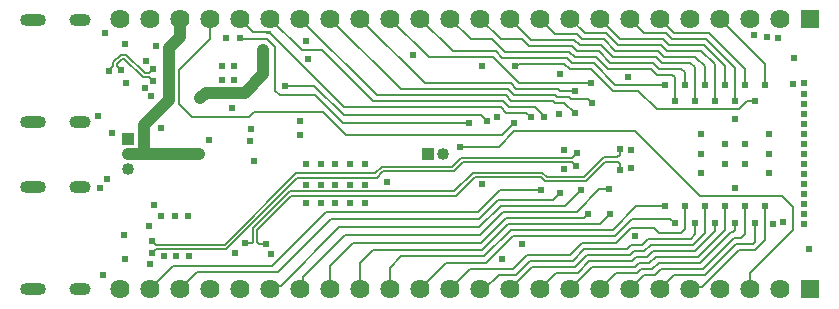
<source format=gbl>
G04*
G04 #@! TF.GenerationSoftware,Altium Limited,Altium Designer,25.4.2 (15)*
G04*
G04 Layer_Physical_Order=4*
G04 Layer_Color=16711680*
%FSLAX25Y25*%
%MOIN*%
G70*
G04*
G04 #@! TF.SameCoordinates,6D7273DC-0862-4ADB-9A81-04C38C25D803*
G04*
G04*
G04 #@! TF.FilePolarity,Positive*
G04*
G01*
G75*
%ADD11C,0.00600*%
G04:AMPARAMS|DCode=53|XSize=39.37mil|YSize=70.87mil|CornerRadius=19.68mil|HoleSize=0mil|Usage=FLASHONLY|Rotation=270.000|XOffset=0mil|YOffset=0mil|HoleType=Round|Shape=RoundedRectangle|*
%AMROUNDEDRECTD53*
21,1,0.03937,0.03150,0,0,270.0*
21,1,0.00000,0.07087,0,0,270.0*
1,1,0.03937,-0.01575,0.00000*
1,1,0.03937,-0.01575,0.00000*
1,1,0.03937,0.01575,0.00000*
1,1,0.03937,0.01575,0.00000*
%
%ADD53ROUNDEDRECTD53*%
G04:AMPARAMS|DCode=54|XSize=39.37mil|YSize=86.61mil|CornerRadius=19.68mil|HoleSize=0mil|Usage=FLASHONLY|Rotation=270.000|XOffset=0mil|YOffset=0mil|HoleType=Round|Shape=RoundedRectangle|*
%AMROUNDEDRECTD54*
21,1,0.03937,0.04724,0,0,270.0*
21,1,0.00000,0.08661,0,0,270.0*
1,1,0.03937,-0.02362,0.00000*
1,1,0.03937,-0.02362,0.00000*
1,1,0.03937,0.02362,0.00000*
1,1,0.03937,0.02362,0.00000*
%
%ADD54ROUNDEDRECTD54*%
%ADD60C,0.00603*%
%ADD63C,0.06400*%
%ADD64R,0.06400X0.06400*%
%ADD65R,0.04000X0.04000*%
%ADD66C,0.04000*%
%ADD67R,0.04000X0.04000*%
%ADD68C,0.02400*%
%ADD69C,0.04000*%
%ADD77C,0.01000*%
D11*
X75068Y88332D02*
X81937D01*
X75000Y88400D02*
X75068Y88332D01*
X81937D02*
X83818D01*
X166258Y69600D02*
X180066D01*
X180894Y71600D02*
X181595Y70900D01*
X180766Y68900D02*
X184682D01*
X165429Y67600D02*
X179238D01*
X179938Y66900D02*
X183100D01*
X179238Y67600D02*
X179938Y66900D01*
X164601Y65600D02*
X173379D01*
X54800Y77900D02*
X59100Y82200D01*
X88163Y69400D02*
X100125D01*
X161228Y52300D02*
X166328Y57400D01*
X206700D01*
X245000Y5000D02*
Y10064D01*
X206700Y57400D02*
X228280Y35820D01*
X245000Y10064D02*
X259363Y24427D01*
X255680Y35820D02*
X259363Y32137D01*
X228280Y35820D02*
X255680D01*
X79307Y90693D02*
X79600Y90400D01*
X75000Y95000D02*
X79307Y90693D01*
X86655Y70908D02*
X88163Y69400D01*
X204937Y70921D02*
X207765D01*
X213886Y64800D01*
X192101Y78100D02*
X199280Y70921D01*
X79683Y63900D02*
X102772D01*
X77983Y62200D02*
X79683Y63900D01*
X59100Y62200D02*
X77983D01*
X86655Y70908D02*
Y85495D01*
X54800Y66500D02*
Y77900D01*
X95873Y5873D02*
Y8773D01*
X109900Y22800D01*
X154301Y30700D02*
X161501Y37900D01*
X84880Y90302D02*
X109682Y65500D01*
X185382Y68200D02*
X191000D01*
X119400Y17800D02*
X155543D01*
X259363Y24427D02*
Y32137D01*
X148400Y52300D02*
X161228D01*
X155400Y62800D02*
X157200Y61000D01*
X99753Y72600D02*
X109553Y62800D01*
X181595Y70900D02*
X186500D01*
X89882Y72600D02*
X99753D01*
X167086Y71600D02*
X180894D01*
X83818Y88332D02*
X86655Y85495D01*
X191000Y68200D02*
X192400Y66800D01*
X180066Y69600D02*
X180766Y68900D01*
X188850Y20164D02*
X200400D01*
X213600Y15700D02*
X227636D01*
X166100Y22700D02*
X200107D01*
X208043Y86321D02*
X208065Y86300D01*
X170657Y16314D02*
X185001D01*
X223179Y24879D02*
Y32392D01*
X166043Y11700D02*
X170657Y16314D01*
X115000Y13400D02*
X119400Y17800D01*
X209743Y17500D02*
X211943Y19700D01*
X204851Y16164D02*
X206186Y17500D01*
X189072Y88100D02*
X196243D01*
X205707Y28300D02*
X218464D01*
X222000Y23700D02*
X223179Y24879D01*
X207843Y13500D02*
X211400D01*
X185001Y16314D02*
X188850Y20164D01*
X218464Y28300D02*
X219852Y26911D01*
X115000Y5000D02*
Y13400D01*
X194700Y38200D02*
X198100D01*
X190692Y29730D02*
X191070D01*
X187172Y90000D02*
X189072Y88100D01*
X189662Y28700D02*
X190692Y29730D01*
X110372Y56300D02*
X162400D01*
X166300Y60200D01*
X163773Y63600D02*
X170400D01*
X54800Y66500D02*
X59100Y62200D01*
X109553Y62800D02*
X155400D01*
X170400Y63600D02*
X171900Y62100D01*
X171172Y86000D02*
X185515D01*
X165272Y24700D02*
X199279D01*
X165000Y5000D02*
X172314Y12314D01*
X194586Y84100D02*
X198365Y80321D01*
X125000Y5000D02*
Y12000D01*
X172314Y12314D02*
X186657D01*
X88533Y6033D02*
X107900Y25400D01*
X186586Y82100D02*
X193758D01*
X184686Y84000D02*
X186586Y82100D01*
X102772Y63900D02*
X110372Y56300D01*
X208672Y11500D02*
X212300D01*
X185515Y86000D02*
X187415Y84100D01*
X171486Y14314D02*
X185829D01*
X225699Y5699D02*
X228948D01*
X209500Y9500D02*
X213200D01*
X246700Y17900D02*
X249951Y21151D01*
Y32392D01*
X215400Y11700D02*
X227775D01*
X169072Y88100D02*
X171172Y86000D01*
X166872Y9700D02*
X171486Y14314D01*
X212300Y11500D02*
X214500Y13700D01*
X225000Y80300D02*
X226585Y78715D01*
X204730Y78321D02*
X204751Y78300D01*
X226585Y67529D02*
Y78715D01*
X180000Y90000D02*
X187172D01*
X200022Y84321D02*
X207215D01*
X151900Y88100D02*
X159072D01*
X246624Y20652D02*
Y26911D01*
X206971Y32392D02*
X216486D01*
X245872Y19900D02*
X246624Y20652D01*
X199279Y24700D02*
X206971Y32392D01*
X205000Y5000D02*
X209500Y9500D01*
X210572Y15500D02*
X212772Y17700D01*
X229872Y23593D02*
Y32392D01*
X205679Y14164D02*
X207015Y15500D01*
X225979Y19700D02*
X229872Y23593D01*
X219700Y9700D02*
X226947D01*
X185758Y80100D02*
X192929D01*
X226947Y9700D02*
X226957Y9690D01*
X208065Y86300D02*
X215215D01*
X215000Y5000D02*
X219700Y9700D01*
X243258Y23058D02*
Y32392D01*
X226957Y9690D02*
X230110D01*
X59100Y82200D02*
X65000Y88100D01*
Y95000D01*
X173379Y65600D02*
X176400Y62579D01*
X125000Y12000D02*
X128800Y15800D01*
X176400Y62200D02*
Y62579D01*
X205765Y72921D02*
X216437D01*
X160243Y84100D02*
X162343Y82000D01*
X199280Y70921D02*
X204936D01*
X183029Y80000D02*
X184930Y78100D01*
X250000Y73000D02*
Y80000D01*
X235000Y95000D02*
X250000Y80000D01*
X240000Y67500D02*
Y78672D01*
X230372Y88300D02*
X240000Y78672D01*
X159072Y88100D02*
X163172Y84000D01*
X155000Y95000D02*
X161900Y88100D01*
X219000Y76300D02*
X219892Y75408D01*
X206386Y82321D02*
X206408Y82300D01*
X219892Y67529D02*
Y75408D01*
X189900Y90100D02*
X197072D01*
X198365Y80321D02*
X205558D01*
X187415Y84100D02*
X194586D01*
X188243Y86100D02*
X195415D01*
X207215Y84321D02*
X207236Y84300D01*
X214386D01*
X204751Y78300D02*
X211901D01*
X165000Y95000D02*
X172000Y88000D01*
X186343D01*
X185000Y95000D02*
X189900Y90100D01*
X229543Y86300D02*
X236604Y79239D01*
Y73010D02*
Y79239D01*
X200850Y86321D02*
X208043D01*
X197072Y90100D02*
X200850Y86321D01*
X195000Y95000D02*
X201679Y88321D01*
X216043Y88300D02*
X218043Y86300D01*
X209700Y90300D02*
X216872D01*
X228715Y84300D02*
X233278Y79737D01*
X216872Y90300D02*
X218872Y88300D01*
X218043Y86300D02*
X229543D01*
X205579Y80300D02*
X212730D01*
X205000Y95000D02*
X209700Y90300D01*
X233278Y67529D02*
Y79737D01*
X213558Y82300D02*
X215558Y80300D01*
X205558Y80321D02*
X205579Y80300D01*
X215558D02*
X225000D01*
X137900Y82100D02*
X159415D01*
X165186Y73500D02*
X167086Y71600D01*
X119350Y67500D02*
X162701D01*
X103700Y30700D02*
X154301D01*
X52614Y12614D02*
X85614D01*
X161129Y34700D02*
X179274D01*
X155215Y20300D02*
X163615Y28700D01*
X85614Y12614D02*
X103700Y30700D01*
X85000Y5000D02*
X86033Y6033D01*
X105000Y5000D02*
Y12700D01*
X161501Y37900D02*
X175300D01*
X86033Y6033D02*
X88533D01*
X143700Y13700D02*
X157100D01*
X128800Y15800D02*
X156372D01*
X135000Y5000D02*
X143700Y13700D01*
X145000Y5000D02*
X151700Y11700D01*
X166043D01*
X156372Y15800D02*
X165272Y24700D01*
X166800Y79200D02*
X167179D01*
X161958Y32700D02*
X183400D01*
X167979Y80000D02*
X183029D01*
X167179Y79200D02*
X167979Y80000D01*
X195415Y86100D02*
X199193Y82321D01*
X186343Y88000D02*
X188243Y86100D01*
X125000Y95000D02*
X137900Y82100D01*
X183400Y32700D02*
X188600Y37900D01*
X164358Y71500D02*
X166258Y69600D01*
X105000Y95000D02*
X128500Y71500D01*
X45000Y5000D02*
X52614Y12614D01*
X109682Y65500D02*
X161873D01*
X79600Y90400D02*
X84036D01*
X179274Y34700D02*
X181500Y36926D01*
X200107Y22700D02*
X205707Y28300D01*
X189679Y18164D02*
X204022D01*
X181500Y36926D02*
Y37000D01*
X225150Y21700D02*
X226545Y23095D01*
X105272Y28100D02*
X154530D01*
X226545Y23095D02*
Y26911D01*
X228948Y5699D02*
X241149Y17900D01*
X204022Y18164D02*
X205358Y19500D01*
X214492Y23700D02*
X222000D01*
X213081Y25111D02*
X214492Y23700D01*
X105000Y12700D02*
X112600Y20300D01*
X205358Y19500D02*
X208915D01*
X211115Y21700D01*
X157100Y13700D02*
X166100Y22700D01*
X205347Y25111D02*
X213081D01*
X211115Y21700D02*
X225150D01*
X185829Y14314D02*
X189679Y18164D01*
X161873Y65500D02*
X163773Y63600D01*
X200400Y20164D02*
X205347Y25111D01*
X163615Y28700D02*
X189662D01*
X197537Y78321D02*
X204730D01*
X162786Y30700D02*
X187200D01*
X154530Y28100D02*
X161129Y34700D01*
X241233Y64800D02*
X243948Y67515D01*
X246678D01*
X155543Y17800D02*
X164443Y26700D01*
X204936Y70921D02*
X204937Y70921D01*
X95000Y5000D02*
X95873Y5873D01*
X163172Y84000D02*
X184686D01*
X87786Y10614D02*
X105272Y28100D01*
X184930Y78100D02*
X192101D01*
X195141Y26700D02*
X198352Y29911D01*
X154886Y22800D02*
X162786Y30700D01*
X164443Y26700D02*
X195141D01*
X109900Y22800D02*
X154886D01*
X136500Y73500D02*
X165186D01*
X115000Y95000D02*
X136500Y73500D01*
X184682Y68900D02*
X185382Y68200D01*
X228464Y13700D02*
X238664Y23900D01*
X239931Y24486D02*
Y26911D01*
X238664Y23900D02*
X239345D01*
X186657Y12314D02*
X190507Y16164D01*
X204851D01*
X239345Y23900D02*
X239931Y24486D01*
X214386Y84300D02*
X216386Y82300D01*
X206408D02*
X213558D01*
X215215Y86300D02*
X217215Y84300D01*
X229911Y73010D02*
Y79089D01*
X183858Y82000D02*
X185758Y80100D01*
X216386Y82300D02*
X226700D01*
X216437Y72921D02*
X216526Y73010D01*
X55000Y5000D02*
X60614Y10614D01*
X226700Y82300D02*
X229911Y79089D01*
X223218Y73010D02*
Y77082D01*
X217215Y84300D02*
X228715D01*
X135000Y95000D02*
X145900Y84100D01*
X199193Y82321D02*
X206386D01*
X60614Y10614D02*
X87786D01*
X196243Y88100D02*
X200022Y84321D01*
X222000Y78300D02*
X223218Y77082D01*
X241149Y17900D02*
X246700D01*
X225000Y5000D02*
X225699Y5699D01*
X243233Y73000D02*
Y78267D01*
X183100Y66900D02*
X186600Y63400D01*
X154658Y25400D02*
X161958Y32700D01*
X107900Y25400D02*
X154658D01*
X112600Y20300D02*
X155215D01*
X100125Y69400D02*
X109425Y60100D01*
X151200D01*
X219700Y90300D02*
X231200D01*
X215000Y95000D02*
X219700Y90300D01*
X231200D02*
X243233Y78267D01*
X218872Y88300D02*
X230372D01*
X187200Y30700D02*
X194700Y38200D01*
X85000Y95000D02*
X95600Y84400D01*
X192929Y80100D02*
X200108Y72922D01*
X128500Y71500D02*
X164358D01*
X95000Y95000D02*
X120500Y69500D01*
X167915Y73600D02*
X192100D01*
X162701Y67500D02*
X164601Y65600D01*
X205765Y72922D02*
X205765Y72921D01*
X213886Y64800D02*
X241233D01*
X163530Y69500D02*
X165429Y67600D01*
X120500Y69500D02*
X163530D01*
X159415Y82100D02*
X167915Y73600D01*
X200108Y72922D02*
X205765D01*
X193758Y82100D02*
X197537Y78321D01*
X211901Y78300D02*
X213901Y76300D01*
X161900Y88100D02*
X169072D01*
X213901Y76300D02*
X219000D01*
X145000Y95000D02*
X151900Y88100D01*
X95600Y84400D02*
X102450D01*
X212730Y80300D02*
X214729Y78300D01*
X222000D01*
X102450Y84400D02*
X119350Y67500D01*
X175000Y95000D02*
X180000Y90000D01*
X208893Y88300D02*
X216043D01*
X201679Y88321D02*
X208872D01*
X208893Y88300D01*
X207336Y10164D02*
X208672Y11500D01*
X236565Y24629D02*
Y32392D01*
X226807Y17700D02*
X233238Y24131D01*
X161161Y9700D02*
X166872D01*
X233238Y24131D02*
Y26911D01*
X200164Y10164D02*
X207336D01*
X207015Y15500D02*
X210572D01*
X227786Y11690D02*
X229282D01*
X227775Y11700D02*
X227786Y11690D01*
X185000Y5000D02*
X192164Y12164D01*
X242100Y21900D02*
X243258Y23058D01*
X240321Y19900D02*
X245872D01*
X180314Y10314D02*
X187486D01*
X239492Y21900D02*
X242100D01*
X195000Y5000D02*
X200164Y10164D01*
X211943Y19700D02*
X225979D01*
X192164Y12164D02*
X206507D01*
X162343Y82000D02*
X183858D01*
X206507Y12164D02*
X207843Y13500D01*
X191336Y14164D02*
X205679D01*
X227636Y15700D02*
X236565Y24629D01*
X145900Y84100D02*
X160243D01*
X155000Y5000D02*
X156461D01*
X212772Y17700D02*
X226807D01*
X214500Y13700D02*
X228464D01*
X213200Y9500D02*
X215400Y11700D01*
X156461Y5000D02*
X161161Y9700D01*
X230110Y9690D02*
X240321Y19900D01*
X175000Y5000D02*
X180314Y10314D01*
X187486D02*
X191336Y14164D01*
X206186Y17500D02*
X209743D01*
X211400Y13500D02*
X213600Y15700D01*
X229282Y11690D02*
X239492Y21900D01*
D53*
X21721Y94508D02*
D03*
Y39008D02*
D03*
Y60492D02*
D03*
Y4992D02*
D03*
D54*
X5972Y94508D02*
D03*
Y60492D02*
D03*
Y39008D02*
D03*
Y4992D02*
D03*
D60*
X122197Y43712D02*
G03*
X122198Y43714I-992J992D01*
G01*
X34102Y79856D02*
X35795Y81550D01*
X31400Y77800D02*
X32699Y79098D01*
X35214Y82953D02*
X37031D01*
X32699Y80437D02*
X35214Y82953D01*
X35300Y77900D02*
X35400D01*
X34102Y79098D02*
Y79856D01*
X31400Y77700D02*
Y77800D01*
X34102Y79098D02*
X35300Y77900D01*
X32699Y79098D02*
Y80437D01*
X35795Y81550D02*
X36450D01*
X37031Y82953D02*
X43183Y76802D01*
X36450Y81550D02*
X42601Y75398D01*
X44701D02*
X46000Y74100D01*
X44701Y76802D02*
X46000Y78100D01*
X42601Y75398D02*
X44701D01*
X43183Y76802D02*
X44701D01*
X145681Y45703D02*
X148678Y48700D01*
X149259Y47297D02*
X185703D01*
X187100Y45900D01*
X146262Y44300D02*
X149259Y47297D01*
X185661Y48700D02*
X187161Y50200D01*
X148678Y48700D02*
X185661D01*
X187161Y50200D02*
X187200D01*
X122198Y43714D02*
X122784Y44300D01*
X146262D01*
X119904Y43404D02*
X122203Y45703D01*
X145681D01*
X120486Y42002D02*
X122197Y43712D01*
X94133Y42002D02*
X120486D01*
X146980Y35996D02*
X153186Y42202D01*
X92096Y35996D02*
X146980D01*
X91514Y37398D02*
X146398D01*
X153186Y42202D02*
X175214D01*
X146398Y37398D02*
X152604Y43604D01*
X175795D01*
X93552Y43404D02*
X119904D01*
X45790Y20990D02*
X45795D01*
X47089Y19697D01*
X69844D01*
X93552Y43404D01*
X45800Y17000D02*
Y17005D01*
X47089Y18294D01*
X70425D01*
X94133Y42002D01*
X176616Y40800D02*
X190177D01*
X175214Y42202D02*
X176616Y40800D01*
X177197Y42203D02*
X189596D01*
X175795Y43604D02*
X177197Y42203D01*
X190177Y40800D02*
X196726Y47348D01*
X189596Y42203D02*
X196145Y48752D01*
X201700Y44700D02*
Y46500D01*
X200851Y47348D02*
X201700Y46500D01*
X196726Y47348D02*
X200851D01*
X201665Y49665D02*
Y51365D01*
X200751Y48752D02*
X201665Y49665D01*
Y51365D02*
X201700Y51400D01*
X196145Y48752D02*
X200751D01*
X79399Y25283D02*
X91514Y37398D01*
X80801Y24701D02*
X92096Y35996D01*
X80801Y20403D02*
Y24701D01*
X79399Y20403D02*
Y25283D01*
X76850Y20050D02*
X79045D01*
X79399Y20403D01*
X76700Y20200D02*
X76850Y20050D01*
X81305Y19900D02*
X83500D01*
X80801Y20403D02*
X81305Y19900D01*
D63*
X255000Y95000D02*
D03*
X245000D02*
D03*
X235000D02*
D03*
X225000D02*
D03*
X215000D02*
D03*
X205000D02*
D03*
X195000D02*
D03*
X185000D02*
D03*
X175000D02*
D03*
X165000D02*
D03*
X155000D02*
D03*
X145000D02*
D03*
X135000D02*
D03*
X125000D02*
D03*
X115000D02*
D03*
X105000D02*
D03*
X95000D02*
D03*
X85000D02*
D03*
X75000D02*
D03*
X65000D02*
D03*
X55000D02*
D03*
X35000D02*
D03*
X45000D02*
D03*
X255000Y5000D02*
D03*
X35000D02*
D03*
X45000D02*
D03*
X55000D02*
D03*
X65000D02*
D03*
X75000D02*
D03*
X85000D02*
D03*
X95000D02*
D03*
X105000D02*
D03*
X115000D02*
D03*
X125000D02*
D03*
X135000D02*
D03*
X145000D02*
D03*
X155000D02*
D03*
X165000D02*
D03*
X175000D02*
D03*
X185000D02*
D03*
X195000D02*
D03*
X205000D02*
D03*
X215000D02*
D03*
X225000D02*
D03*
X235000D02*
D03*
X245000D02*
D03*
D64*
X265000Y95000D02*
D03*
Y5000D02*
D03*
D65*
X37500Y55000D02*
D03*
D66*
X142500Y50000D02*
D03*
X37500D02*
D03*
Y45000D02*
D03*
D67*
X137500Y50000D02*
D03*
D68*
X75000Y88400D02*
D03*
X106800Y46500D02*
D03*
X101900Y33500D02*
D03*
X97000D02*
D03*
X106800Y39700D02*
D03*
X97100Y46500D02*
D03*
Y39700D02*
D03*
X102000D02*
D03*
Y46500D02*
D03*
X106700Y33500D02*
D03*
X89882Y72600D02*
D03*
X78400Y54100D02*
D03*
X85200Y16600D02*
D03*
X83500Y19900D02*
D03*
X76700Y20200D02*
D03*
X95000Y60800D02*
D03*
X73200Y16800D02*
D03*
X79500Y47500D02*
D03*
X94900Y56100D02*
D03*
X78600Y58200D02*
D03*
X44900Y13300D02*
D03*
X53700Y15800D02*
D03*
X49500Y15900D02*
D03*
X57900Y15800D02*
D03*
X111800Y46500D02*
D03*
X116500Y33500D02*
D03*
X116600Y46500D02*
D03*
X111700Y33500D02*
D03*
X111800Y39700D02*
D03*
X116600D02*
D03*
X123900Y40600D02*
D03*
X155700Y39900D02*
D03*
X162272Y14800D02*
D03*
X169000Y20000D02*
D03*
X181500Y37000D02*
D03*
X191070Y29730D02*
D03*
X175300Y37900D02*
D03*
X198100Y38200D02*
D03*
X198352Y29911D02*
D03*
X188600Y37900D02*
D03*
X46200Y32900D02*
D03*
X45790Y20990D02*
D03*
X45800Y17000D02*
D03*
X57800Y29100D02*
D03*
X53300D02*
D03*
X48800D02*
D03*
X45200Y69100D02*
D03*
X44600Y25900D02*
D03*
X36555Y14746D02*
D03*
X36475Y22725D02*
D03*
X243258Y32392D02*
D03*
X236565D02*
D03*
X246678Y67515D02*
D03*
X240000Y67500D02*
D03*
X250000Y73000D02*
D03*
X262990Y29872D02*
D03*
X251382Y43421D02*
D03*
Y56413D02*
D03*
X262990Y39911D02*
D03*
X251382Y49917D02*
D03*
X262990Y53297D02*
D03*
Y46604D02*
D03*
Y33219D02*
D03*
Y36565D02*
D03*
X249951Y32392D02*
D03*
X262990Y43258D02*
D03*
Y49951D02*
D03*
X205300Y51300D02*
D03*
X243200Y53200D02*
D03*
X228500Y50004D02*
D03*
Y43508D02*
D03*
X239898Y38520D02*
D03*
X239984Y61402D02*
D03*
X236700Y53200D02*
D03*
X228500Y56500D02*
D03*
X236700Y46700D02*
D03*
X223179Y32392D02*
D03*
X229872D02*
D03*
X216486D02*
D03*
X243200Y46700D02*
D03*
X259300Y73200D02*
D03*
X243297Y73010D02*
D03*
X246200Y89500D02*
D03*
X254300Y88700D02*
D03*
X259800Y81900D02*
D03*
X262990Y73376D02*
D03*
X250600Y88800D02*
D03*
X256100Y27300D02*
D03*
X252680Y26676D02*
D03*
X206692Y22411D02*
D03*
X219852Y26911D02*
D03*
X226545D02*
D03*
X233238D02*
D03*
X246624D02*
D03*
X239931D02*
D03*
X264597Y18316D02*
D03*
X204390Y75621D02*
D03*
X219892Y67529D02*
D03*
X226585D02*
D03*
X233278D02*
D03*
X223218Y73010D02*
D03*
X216526D02*
D03*
X236604D02*
D03*
X229911D02*
D03*
X262990Y70029D02*
D03*
Y63337D02*
D03*
Y59990D02*
D03*
Y66683D02*
D03*
Y26526D02*
D03*
Y56644D02*
D03*
X31400Y77700D02*
D03*
X35400Y77900D02*
D03*
X36570Y86500D02*
D03*
X29473Y9427D02*
D03*
X192400Y66800D02*
D03*
X181578Y76600D02*
D03*
X176400Y62200D02*
D03*
X181200Y63300D02*
D03*
X97600Y81400D02*
D03*
X132500Y82800D02*
D03*
X82800Y84400D02*
D03*
X70200Y88500D02*
D03*
X48600Y58400D02*
D03*
X32450Y56850D02*
D03*
X46000Y74100D02*
D03*
X46900Y85900D02*
D03*
X43700Y80800D02*
D03*
X37000Y73400D02*
D03*
X46000Y78100D02*
D03*
X43436Y71928D02*
D03*
X30700Y41500D02*
D03*
X28200Y38600D02*
D03*
X27584Y62500D02*
D03*
X186500Y70900D02*
D03*
X183000Y44847D02*
D03*
X187200Y50200D02*
D03*
X187100Y45900D02*
D03*
X201700Y44700D02*
D03*
Y51400D02*
D03*
X186600Y63400D02*
D03*
X183100Y51100D02*
D03*
X192100Y73600D02*
D03*
X205200Y45047D02*
D03*
X157200Y61000D02*
D03*
X166300Y60200D02*
D03*
X155650Y79050D02*
D03*
X160800Y62100D02*
D03*
X151200Y60100D02*
D03*
X166800Y79200D02*
D03*
X171900Y62100D02*
D03*
X148400Y52300D02*
D03*
X68900Y74700D02*
D03*
X72900D02*
D03*
X68900Y79200D02*
D03*
X72400Y65300D02*
D03*
X61300Y49900D02*
D03*
X64500Y54700D02*
D03*
X72900Y79200D02*
D03*
X61800Y68500D02*
D03*
X29898Y90098D02*
D03*
X97100Y87400D02*
D03*
D69*
X76600Y70200D02*
X82800Y76400D01*
Y84400D01*
X63500Y70200D02*
X76600D01*
X61800Y68500D02*
X63500Y70200D01*
X55000Y88900D02*
Y95000D01*
X51200Y67960D02*
Y85100D01*
X55000Y88900D01*
X42857Y59618D02*
X51200Y67960D01*
X37500Y50000D02*
X42500D01*
X42857D02*
Y59618D01*
Y50000D02*
X61200D01*
D77*
X84036Y90400D02*
G03*
X84880Y90302I964J4600D01*
G01*
M02*

</source>
